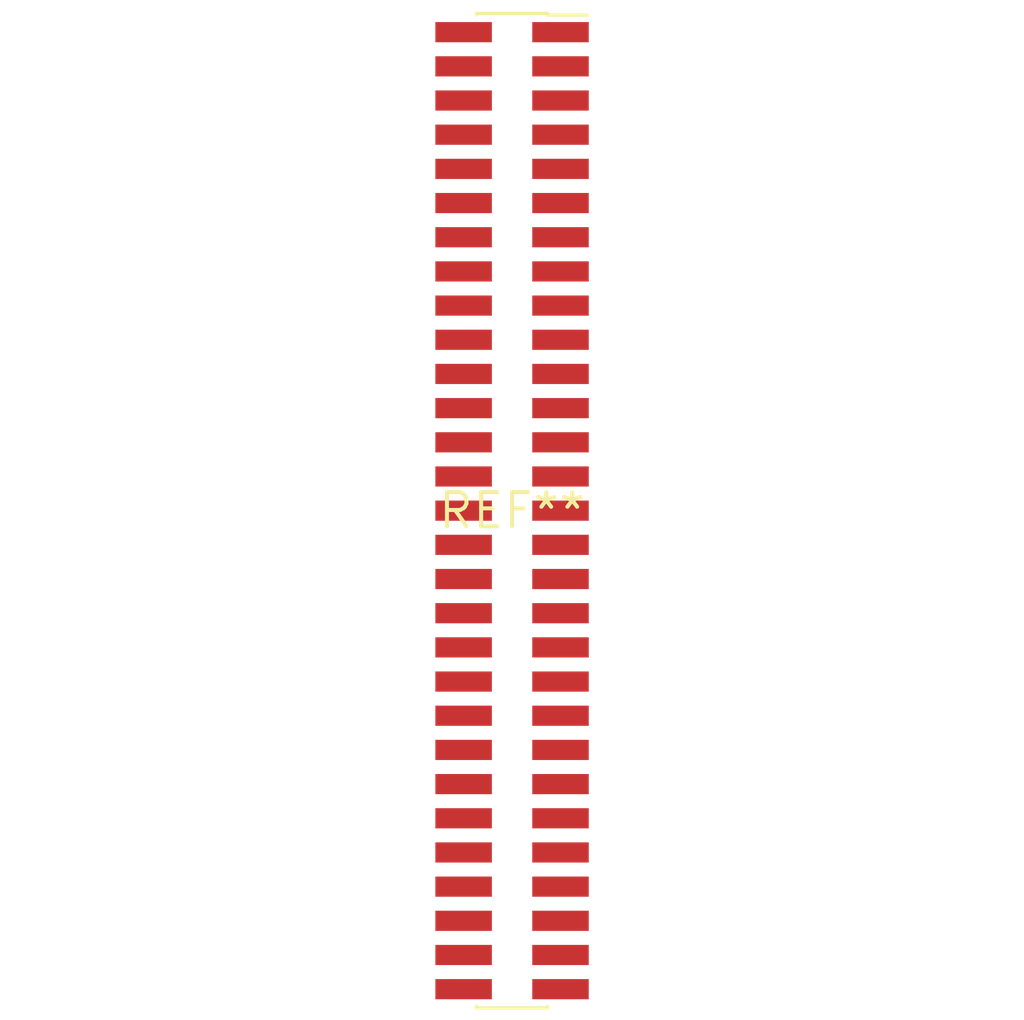
<source format=kicad_pcb>
(kicad_pcb (version 20240108) (generator pcbnew)
  (layers (0 "F.Cu" signal) (31 "B.Cu" signal) (34 "B.Paste" user) (35 "F.Paste" user) (36 "B.SilkS" user "B.Silkscreen") (37 "F.SilkS" user "F.Silkscreen") (38 "B.Mask" user) (39 "F.Mask" user) (44 "Edge.Cuts" user))
  (net 0 "")
  (footprint "PinSocket_2x29_P1.27mm_Vertical_SMD" (layer "F.Cu") (at 0 0)
    (property "Reference" "REF**")
    (property "Value" "PinSocket_2x29_P1.27mm_Vertical_SMD")
    (fp_line (start -1.33 -18.475) (end -1.33 -18.415) (layer "F.SilkS") (stroke (width 0.12)))
    (fp_line (start -1.33 -18.475) (end 1.33 -18.475) (layer "F.SilkS") (stroke (width 0.12)))
    (fp_line (start -1.33 18.415) (end -1.33 18.475) (layer "F.SilkS") (stroke (width 0.12)))
    (fp_line (start -1.33 18.475) (end 1.33 18.475) (layer "F.SilkS") (stroke (width 0.12)))
    (fp_line (start 1.33 -18.475) (end 1.33 -18.415) (layer "F.SilkS") (stroke (width 0.12)))
    (fp_line (start 1.33 -18.415) (end 2.79 -18.415) (layer "F.SilkS") (stroke (width 0.12)))
    (fp_line (start 1.33 18.415) (end 1.33 18.475) (layer "F.SilkS") (stroke (width 0.12)))
    (pad "1" smd rect (at 1.8 -17.78) (size 2.1 0.75) (layers "F.Cu" "F.Paste" "F.Mask"))
    (pad "2" smd rect (at -1.8 -17.78) (size 2.1 0.75) (layers "F.Cu" "F.Paste" "F.Mask"))
    (pad "3" smd rect (at 1.8 -16.51) (size 2.1 0.75) (layers "F.Cu" "F.Paste" "F.Mask"))
    (pad "4" smd rect (at -1.8 -16.51) (size 2.1 0.75) (layers "F.Cu" "F.Paste" "F.Mask"))
    (pad "5" smd rect (at 1.8 -15.24) (size 2.1 0.75) (layers "F.Cu" "F.Paste" "F.Mask"))
    (pad "6" smd rect (at -1.8 -15.24) (size 2.1 0.75) (layers "F.Cu" "F.Paste" "F.Mask"))
    (pad "7" smd rect (at 1.8 -13.97) (size 2.1 0.75) (layers "F.Cu" "F.Paste" "F.Mask"))
    (pad "8" smd rect (at -1.8 -13.97) (size 2.1 0.75) (layers "F.Cu" "F.Paste" "F.Mask"))
    (pad "9" smd rect (at 1.8 -12.7) (size 2.1 0.75) (layers "F.Cu" "F.Paste" "F.Mask"))
    (pad "10" smd rect (at -1.8 -12.7) (size 2.1 0.75) (layers "F.Cu" "F.Paste" "F.Mask"))
    (pad "11" smd rect (at 1.8 -11.43) (size 2.1 0.75) (layers "F.Cu" "F.Paste" "F.Mask"))
    (pad "12" smd rect (at -1.8 -11.43) (size 2.1 0.75) (layers "F.Cu" "F.Paste" "F.Mask"))
    (pad "13" smd rect (at 1.8 -10.16) (size 2.1 0.75) (layers "F.Cu" "F.Paste" "F.Mask"))
    (pad "14" smd rect (at -1.8 -10.16) (size 2.1 0.75) (layers "F.Cu" "F.Paste" "F.Mask"))
    (pad "15" smd rect (at 1.8 -8.89) (size 2.1 0.75) (layers "F.Cu" "F.Paste" "F.Mask"))
    (pad "16" smd rect (at -1.8 -8.89) (size 2.1 0.75) (layers "F.Cu" "F.Paste" "F.Mask"))
    (pad "17" smd rect (at 1.8 -7.62) (size 2.1 0.75) (layers "F.Cu" "F.Paste" "F.Mask"))
    (pad "18" smd rect (at -1.8 -7.62) (size 2.1 0.75) (layers "F.Cu" "F.Paste" "F.Mask"))
    (pad "19" smd rect (at 1.8 -6.35) (size 2.1 0.75) (layers "F.Cu" "F.Paste" "F.Mask"))
    (pad "20" smd rect (at -1.8 -6.35) (size 2.1 0.75) (layers "F.Cu" "F.Paste" "F.Mask"))
    (pad "21" smd rect (at 1.8 -5.08) (size 2.1 0.75) (layers "F.Cu" "F.Paste" "F.Mask"))
    (pad "22" smd rect (at -1.8 -5.08) (size 2.1 0.75) (layers "F.Cu" "F.Paste" "F.Mask"))
    (pad "23" smd rect (at 1.8 -3.81) (size 2.1 0.75) (layers "F.Cu" "F.Paste" "F.Mask"))
    (pad "24" smd rect (at -1.8 -3.81) (size 2.1 0.75) (layers "F.Cu" "F.Paste" "F.Mask"))
    (pad "25" smd rect (at 1.8 -2.54) (size 2.1 0.75) (layers "F.Cu" "F.Paste" "F.Mask"))
    (pad "26" smd rect (at -1.8 -2.54) (size 2.1 0.75) (layers "F.Cu" "F.Paste" "F.Mask"))
    (pad "27" smd rect (at 1.8 -1.27) (size 2.1 0.75) (layers "F.Cu" "F.Paste" "F.Mask"))
    (pad "28" smd rect (at -1.8 -1.27) (size 2.1 0.75) (layers "F.Cu" "F.Paste" "F.Mask"))
    (pad "29" smd rect (at 1.8 0) (size 2.1 0.75) (layers "F.Cu" "F.Paste" "F.Mask"))
    (pad "30" smd rect (at -1.8 0) (size 2.1 0.75) (layers "F.Cu" "F.Paste" "F.Mask"))
    (pad "31" smd rect (at 1.8 1.27) (size 2.1 0.75) (layers "F.Cu" "F.Paste" "F.Mask"))
    (pad "32" smd rect (at -1.8 1.27) (size 2.1 0.75) (layers "F.Cu" "F.Paste" "F.Mask"))
    (pad "33" smd rect (at 1.8 2.54) (size 2.1 0.75) (layers "F.Cu" "F.Paste" "F.Mask"))
    (pad "34" smd rect (at -1.8 2.54) (size 2.1 0.75) (layers "F.Cu" "F.Paste" "F.Mask"))
    (pad "35" smd rect (at 1.8 3.81) (size 2.1 0.75) (layers "F.Cu" "F.Paste" "F.Mask"))
    (pad "36" smd rect (at -1.8 3.81) (size 2.1 0.75) (layers "F.Cu" "F.Paste" "F.Mask"))
    (pad "37" smd rect (at 1.8 5.08) (size 2.1 0.75) (layers "F.Cu" "F.Paste" "F.Mask"))
    (pad "38" smd rect (at -1.8 5.08) (size 2.1 0.75) (layers "F.Cu" "F.Paste" "F.Mask"))
    (pad "39" smd rect (at 1.8 6.35) (size 2.1 0.75) (layers "F.Cu" "F.Paste" "F.Mask"))
    (pad "40" smd rect (at -1.8 6.35) (size 2.1 0.75) (layers "F.Cu" "F.Paste" "F.Mask"))
    (pad "41" smd rect (at 1.8 7.62) (size 2.1 0.75) (layers "F.Cu" "F.Paste" "F.Mask"))
    (pad "42" smd rect (at -1.8 7.62) (size 2.1 0.75) (layers "F.Cu" "F.Paste" "F.Mask"))
    (pad "43" smd rect (at 1.8 8.89) (size 2.1 0.75) (layers "F.Cu" "F.Paste" "F.Mask"))
    (pad "44" smd rect (at -1.8 8.89) (size 2.1 0.75) (layers "F.Cu" "F.Paste" "F.Mask"))
    (pad "45" smd rect (at 1.8 10.16) (size 2.1 0.75) (layers "F.Cu" "F.Paste" "F.Mask"))
    (pad "46" smd rect (at -1.8 10.16) (size 2.1 0.75) (layers "F.Cu" "F.Paste" "F.Mask"))
    (pad "47" smd rect (at 1.8 11.43) (size 2.1 0.75) (layers "F.Cu" "F.Paste" "F.Mask"))
    (pad "48" smd rect (at -1.8 11.43) (size 2.1 0.75) (layers "F.Cu" "F.Paste" "F.Mask"))
    (pad "49" smd rect (at 1.8 12.7) (size 2.1 0.75) (layers "F.Cu" "F.Paste" "F.Mask"))
    (pad "50" smd rect (at -1.8 12.7) (size 2.1 0.75) (layers "F.Cu" "F.Paste" "F.Mask"))
    (pad "51" smd rect (at 1.8 13.97) (size 2.1 0.75) (layers "F.Cu" "F.Paste" "F.Mask"))
    (pad "52" smd rect (at -1.8 13.97) (size 2.1 0.75) (layers "F.Cu" "F.Paste" "F.Mask"))
    (pad "53" smd rect (at 1.8 15.24) (size 2.1 0.75) (layers "F.Cu" "F.Paste" "F.Mask"))
    (pad "54" smd rect (at -1.8 15.24) (size 2.1 0.75) (layers "F.Cu" "F.Paste" "F.Mask"))
    (pad "55" smd rect (at 1.8 16.51) (size 2.1 0.75) (layers "F.Cu" "F.Paste" "F.Mask"))
    (pad "56" smd rect (at -1.8 16.51) (size 2.1 0.75) (layers "F.Cu" "F.Paste" "F.Mask"))
    (pad "57" smd rect (at 1.8 17.78) (size 2.1 0.75) (layers "F.Cu" "F.Paste" "F.Mask"))
    (pad "58" smd rect (at -1.8 17.78) (size 2.1 0.75) (layers "F.Cu" "F.Paste" "F.Mask"))
  )
)
</source>
